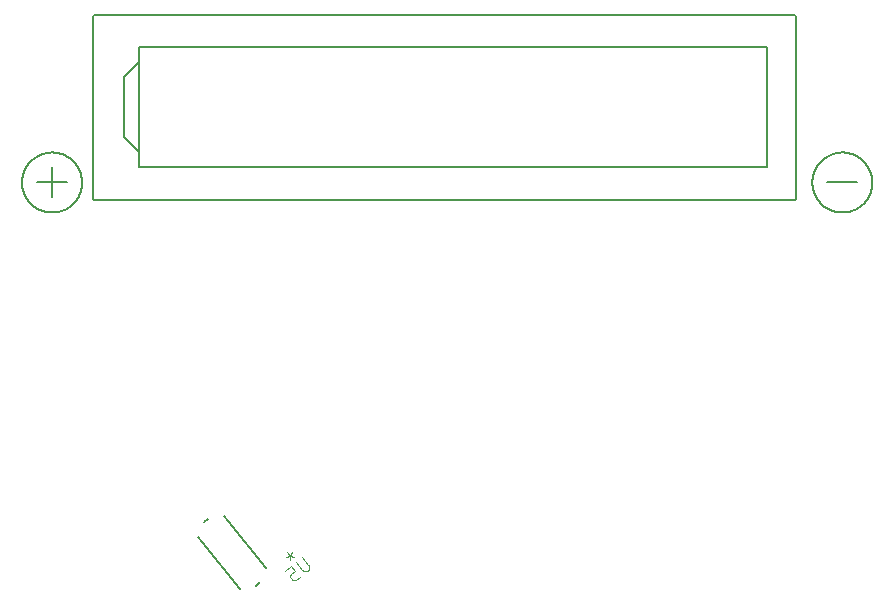
<source format=gbr>
G04 EAGLE Gerber RS-274X export*
G75*
%MOMM*%
%FSLAX34Y34*%
%LPD*%
%INSilkscreen Bottom*%
%IPPOS*%
%AMOC8*
5,1,8,0,0,1.08239X$1,22.5*%
G01*
%ADD10C,0.127000*%
%ADD11C,0.152400*%
%ADD12C,0.076200*%


D10*
X-289050Y-2456850D02*
X-289050Y-2301850D01*
X305950Y-2301850D02*
X305950Y-2456850D01*
X305450Y-2301350D02*
X-288550Y-2301350D01*
X-288550Y-2457350D02*
X305450Y-2457350D01*
X-311150Y-2442850D02*
X-336550Y-2442850D01*
X-323850Y-2455550D02*
X-323850Y-2430150D01*
X332550Y-2442850D02*
X357950Y-2442850D01*
X-349250Y-2442850D02*
X-349242Y-2442227D01*
X-349219Y-2441604D01*
X-349181Y-2440981D01*
X-349128Y-2440360D01*
X-349059Y-2439741D01*
X-348975Y-2439123D01*
X-348876Y-2438508D01*
X-348762Y-2437895D01*
X-348633Y-2437285D01*
X-348489Y-2436678D01*
X-348330Y-2436075D01*
X-348156Y-2435477D01*
X-347968Y-2434882D01*
X-347765Y-2434293D01*
X-347548Y-2433709D01*
X-347317Y-2433130D01*
X-347071Y-2432557D01*
X-346811Y-2431990D01*
X-346538Y-2431430D01*
X-346251Y-2430877D01*
X-345950Y-2430330D01*
X-345636Y-2429792D01*
X-345309Y-2429261D01*
X-344969Y-2428739D01*
X-344617Y-2428224D01*
X-344251Y-2427719D01*
X-343874Y-2427223D01*
X-343484Y-2426736D01*
X-343083Y-2426259D01*
X-342670Y-2425792D01*
X-342246Y-2425336D01*
X-341811Y-2424889D01*
X-341364Y-2424454D01*
X-340908Y-2424030D01*
X-340441Y-2423617D01*
X-339964Y-2423216D01*
X-339477Y-2422826D01*
X-338981Y-2422449D01*
X-338476Y-2422083D01*
X-337961Y-2421731D01*
X-337439Y-2421391D01*
X-336908Y-2421064D01*
X-336370Y-2420750D01*
X-335823Y-2420449D01*
X-335270Y-2420162D01*
X-334710Y-2419889D01*
X-334143Y-2419629D01*
X-333570Y-2419383D01*
X-332991Y-2419152D01*
X-332407Y-2418935D01*
X-331818Y-2418732D01*
X-331223Y-2418544D01*
X-330625Y-2418370D01*
X-330022Y-2418211D01*
X-329415Y-2418067D01*
X-328805Y-2417938D01*
X-328192Y-2417824D01*
X-327577Y-2417725D01*
X-326959Y-2417641D01*
X-326340Y-2417572D01*
X-325719Y-2417519D01*
X-325096Y-2417481D01*
X-324473Y-2417458D01*
X-323850Y-2417450D01*
X-323227Y-2417458D01*
X-322604Y-2417481D01*
X-321981Y-2417519D01*
X-321360Y-2417572D01*
X-320741Y-2417641D01*
X-320123Y-2417725D01*
X-319508Y-2417824D01*
X-318895Y-2417938D01*
X-318285Y-2418067D01*
X-317678Y-2418211D01*
X-317075Y-2418370D01*
X-316477Y-2418544D01*
X-315882Y-2418732D01*
X-315293Y-2418935D01*
X-314709Y-2419152D01*
X-314130Y-2419383D01*
X-313557Y-2419629D01*
X-312990Y-2419889D01*
X-312430Y-2420162D01*
X-311877Y-2420449D01*
X-311330Y-2420750D01*
X-310792Y-2421064D01*
X-310261Y-2421391D01*
X-309739Y-2421731D01*
X-309224Y-2422083D01*
X-308719Y-2422449D01*
X-308223Y-2422826D01*
X-307736Y-2423216D01*
X-307259Y-2423617D01*
X-306792Y-2424030D01*
X-306336Y-2424454D01*
X-305889Y-2424889D01*
X-305454Y-2425336D01*
X-305030Y-2425792D01*
X-304617Y-2426259D01*
X-304216Y-2426736D01*
X-303826Y-2427223D01*
X-303449Y-2427719D01*
X-303083Y-2428224D01*
X-302731Y-2428739D01*
X-302391Y-2429261D01*
X-302064Y-2429792D01*
X-301750Y-2430330D01*
X-301449Y-2430877D01*
X-301162Y-2431430D01*
X-300889Y-2431990D01*
X-300629Y-2432557D01*
X-300383Y-2433130D01*
X-300152Y-2433709D01*
X-299935Y-2434293D01*
X-299732Y-2434882D01*
X-299544Y-2435477D01*
X-299370Y-2436075D01*
X-299211Y-2436678D01*
X-299067Y-2437285D01*
X-298938Y-2437895D01*
X-298824Y-2438508D01*
X-298725Y-2439123D01*
X-298641Y-2439741D01*
X-298572Y-2440360D01*
X-298519Y-2440981D01*
X-298481Y-2441604D01*
X-298458Y-2442227D01*
X-298450Y-2442850D01*
X-298458Y-2443473D01*
X-298481Y-2444096D01*
X-298519Y-2444719D01*
X-298572Y-2445340D01*
X-298641Y-2445959D01*
X-298725Y-2446577D01*
X-298824Y-2447192D01*
X-298938Y-2447805D01*
X-299067Y-2448415D01*
X-299211Y-2449022D01*
X-299370Y-2449625D01*
X-299544Y-2450223D01*
X-299732Y-2450818D01*
X-299935Y-2451407D01*
X-300152Y-2451991D01*
X-300383Y-2452570D01*
X-300629Y-2453143D01*
X-300889Y-2453710D01*
X-301162Y-2454270D01*
X-301449Y-2454823D01*
X-301750Y-2455370D01*
X-302064Y-2455908D01*
X-302391Y-2456439D01*
X-302731Y-2456961D01*
X-303083Y-2457476D01*
X-303449Y-2457981D01*
X-303826Y-2458477D01*
X-304216Y-2458964D01*
X-304617Y-2459441D01*
X-305030Y-2459908D01*
X-305454Y-2460364D01*
X-305889Y-2460811D01*
X-306336Y-2461246D01*
X-306792Y-2461670D01*
X-307259Y-2462083D01*
X-307736Y-2462484D01*
X-308223Y-2462874D01*
X-308719Y-2463251D01*
X-309224Y-2463617D01*
X-309739Y-2463969D01*
X-310261Y-2464309D01*
X-310792Y-2464636D01*
X-311330Y-2464950D01*
X-311877Y-2465251D01*
X-312430Y-2465538D01*
X-312990Y-2465811D01*
X-313557Y-2466071D01*
X-314130Y-2466317D01*
X-314709Y-2466548D01*
X-315293Y-2466765D01*
X-315882Y-2466968D01*
X-316477Y-2467156D01*
X-317075Y-2467330D01*
X-317678Y-2467489D01*
X-318285Y-2467633D01*
X-318895Y-2467762D01*
X-319508Y-2467876D01*
X-320123Y-2467975D01*
X-320741Y-2468059D01*
X-321360Y-2468128D01*
X-321981Y-2468181D01*
X-322604Y-2468219D01*
X-323227Y-2468242D01*
X-323850Y-2468250D01*
X-324473Y-2468242D01*
X-325096Y-2468219D01*
X-325719Y-2468181D01*
X-326340Y-2468128D01*
X-326959Y-2468059D01*
X-327577Y-2467975D01*
X-328192Y-2467876D01*
X-328805Y-2467762D01*
X-329415Y-2467633D01*
X-330022Y-2467489D01*
X-330625Y-2467330D01*
X-331223Y-2467156D01*
X-331818Y-2466968D01*
X-332407Y-2466765D01*
X-332991Y-2466548D01*
X-333570Y-2466317D01*
X-334143Y-2466071D01*
X-334710Y-2465811D01*
X-335270Y-2465538D01*
X-335823Y-2465251D01*
X-336370Y-2464950D01*
X-336908Y-2464636D01*
X-337439Y-2464309D01*
X-337961Y-2463969D01*
X-338476Y-2463617D01*
X-338981Y-2463251D01*
X-339477Y-2462874D01*
X-339964Y-2462484D01*
X-340441Y-2462083D01*
X-340908Y-2461670D01*
X-341364Y-2461246D01*
X-341811Y-2460811D01*
X-342246Y-2460364D01*
X-342670Y-2459908D01*
X-343083Y-2459441D01*
X-343484Y-2458964D01*
X-343874Y-2458477D01*
X-344251Y-2457981D01*
X-344617Y-2457476D01*
X-344969Y-2456961D01*
X-345309Y-2456439D01*
X-345636Y-2455908D01*
X-345950Y-2455370D01*
X-346251Y-2454823D01*
X-346538Y-2454270D01*
X-346811Y-2453710D01*
X-347071Y-2453143D01*
X-347317Y-2452570D01*
X-347548Y-2451991D01*
X-347765Y-2451407D01*
X-347968Y-2450818D01*
X-348156Y-2450223D01*
X-348330Y-2449625D01*
X-348489Y-2449022D01*
X-348633Y-2448415D01*
X-348762Y-2447805D01*
X-348876Y-2447192D01*
X-348975Y-2446577D01*
X-349059Y-2445959D01*
X-349128Y-2445340D01*
X-349181Y-2444719D01*
X-349219Y-2444096D01*
X-349242Y-2443473D01*
X-349250Y-2442850D01*
X319850Y-2442850D02*
X319858Y-2442227D01*
X319881Y-2441604D01*
X319919Y-2440981D01*
X319972Y-2440360D01*
X320041Y-2439741D01*
X320125Y-2439123D01*
X320224Y-2438508D01*
X320338Y-2437895D01*
X320467Y-2437285D01*
X320611Y-2436678D01*
X320770Y-2436075D01*
X320944Y-2435477D01*
X321132Y-2434882D01*
X321335Y-2434293D01*
X321552Y-2433709D01*
X321783Y-2433130D01*
X322029Y-2432557D01*
X322289Y-2431990D01*
X322562Y-2431430D01*
X322849Y-2430877D01*
X323150Y-2430330D01*
X323464Y-2429792D01*
X323791Y-2429261D01*
X324131Y-2428739D01*
X324483Y-2428224D01*
X324849Y-2427719D01*
X325226Y-2427223D01*
X325616Y-2426736D01*
X326017Y-2426259D01*
X326430Y-2425792D01*
X326854Y-2425336D01*
X327289Y-2424889D01*
X327736Y-2424454D01*
X328192Y-2424030D01*
X328659Y-2423617D01*
X329136Y-2423216D01*
X329623Y-2422826D01*
X330119Y-2422449D01*
X330624Y-2422083D01*
X331139Y-2421731D01*
X331661Y-2421391D01*
X332192Y-2421064D01*
X332730Y-2420750D01*
X333277Y-2420449D01*
X333830Y-2420162D01*
X334390Y-2419889D01*
X334957Y-2419629D01*
X335530Y-2419383D01*
X336109Y-2419152D01*
X336693Y-2418935D01*
X337282Y-2418732D01*
X337877Y-2418544D01*
X338475Y-2418370D01*
X339078Y-2418211D01*
X339685Y-2418067D01*
X340295Y-2417938D01*
X340908Y-2417824D01*
X341523Y-2417725D01*
X342141Y-2417641D01*
X342760Y-2417572D01*
X343381Y-2417519D01*
X344004Y-2417481D01*
X344627Y-2417458D01*
X345250Y-2417450D01*
X345873Y-2417458D01*
X346496Y-2417481D01*
X347119Y-2417519D01*
X347740Y-2417572D01*
X348359Y-2417641D01*
X348977Y-2417725D01*
X349592Y-2417824D01*
X350205Y-2417938D01*
X350815Y-2418067D01*
X351422Y-2418211D01*
X352025Y-2418370D01*
X352623Y-2418544D01*
X353218Y-2418732D01*
X353807Y-2418935D01*
X354391Y-2419152D01*
X354970Y-2419383D01*
X355543Y-2419629D01*
X356110Y-2419889D01*
X356670Y-2420162D01*
X357223Y-2420449D01*
X357770Y-2420750D01*
X358308Y-2421064D01*
X358839Y-2421391D01*
X359361Y-2421731D01*
X359876Y-2422083D01*
X360381Y-2422449D01*
X360877Y-2422826D01*
X361364Y-2423216D01*
X361841Y-2423617D01*
X362308Y-2424030D01*
X362764Y-2424454D01*
X363211Y-2424889D01*
X363646Y-2425336D01*
X364070Y-2425792D01*
X364483Y-2426259D01*
X364884Y-2426736D01*
X365274Y-2427223D01*
X365651Y-2427719D01*
X366017Y-2428224D01*
X366369Y-2428739D01*
X366709Y-2429261D01*
X367036Y-2429792D01*
X367350Y-2430330D01*
X367651Y-2430877D01*
X367938Y-2431430D01*
X368211Y-2431990D01*
X368471Y-2432557D01*
X368717Y-2433130D01*
X368948Y-2433709D01*
X369165Y-2434293D01*
X369368Y-2434882D01*
X369556Y-2435477D01*
X369730Y-2436075D01*
X369889Y-2436678D01*
X370033Y-2437285D01*
X370162Y-2437895D01*
X370276Y-2438508D01*
X370375Y-2439123D01*
X370459Y-2439741D01*
X370528Y-2440360D01*
X370581Y-2440981D01*
X370619Y-2441604D01*
X370642Y-2442227D01*
X370650Y-2442850D01*
X370642Y-2443473D01*
X370619Y-2444096D01*
X370581Y-2444719D01*
X370528Y-2445340D01*
X370459Y-2445959D01*
X370375Y-2446577D01*
X370276Y-2447192D01*
X370162Y-2447805D01*
X370033Y-2448415D01*
X369889Y-2449022D01*
X369730Y-2449625D01*
X369556Y-2450223D01*
X369368Y-2450818D01*
X369165Y-2451407D01*
X368948Y-2451991D01*
X368717Y-2452570D01*
X368471Y-2453143D01*
X368211Y-2453710D01*
X367938Y-2454270D01*
X367651Y-2454823D01*
X367350Y-2455370D01*
X367036Y-2455908D01*
X366709Y-2456439D01*
X366369Y-2456961D01*
X366017Y-2457476D01*
X365651Y-2457981D01*
X365274Y-2458477D01*
X364884Y-2458964D01*
X364483Y-2459441D01*
X364070Y-2459908D01*
X363646Y-2460364D01*
X363211Y-2460811D01*
X362764Y-2461246D01*
X362308Y-2461670D01*
X361841Y-2462083D01*
X361364Y-2462484D01*
X360877Y-2462874D01*
X360381Y-2463251D01*
X359876Y-2463617D01*
X359361Y-2463969D01*
X358839Y-2464309D01*
X358308Y-2464636D01*
X357770Y-2464950D01*
X357223Y-2465251D01*
X356670Y-2465538D01*
X356110Y-2465811D01*
X355543Y-2466071D01*
X354970Y-2466317D01*
X354391Y-2466548D01*
X353807Y-2466765D01*
X353218Y-2466968D01*
X352623Y-2467156D01*
X352025Y-2467330D01*
X351422Y-2467489D01*
X350815Y-2467633D01*
X350205Y-2467762D01*
X349592Y-2467876D01*
X348977Y-2467975D01*
X348359Y-2468059D01*
X347740Y-2468128D01*
X347119Y-2468181D01*
X346496Y-2468219D01*
X345873Y-2468242D01*
X345250Y-2468250D01*
X344627Y-2468242D01*
X344004Y-2468219D01*
X343381Y-2468181D01*
X342760Y-2468128D01*
X342141Y-2468059D01*
X341523Y-2467975D01*
X340908Y-2467876D01*
X340295Y-2467762D01*
X339685Y-2467633D01*
X339078Y-2467489D01*
X338475Y-2467330D01*
X337877Y-2467156D01*
X337282Y-2466968D01*
X336693Y-2466765D01*
X336109Y-2466548D01*
X335530Y-2466317D01*
X334957Y-2466071D01*
X334390Y-2465811D01*
X333830Y-2465538D01*
X333277Y-2465251D01*
X332730Y-2464950D01*
X332192Y-2464636D01*
X331661Y-2464309D01*
X331139Y-2463969D01*
X330624Y-2463617D01*
X330119Y-2463251D01*
X329623Y-2462874D01*
X329136Y-2462484D01*
X328659Y-2462083D01*
X328192Y-2461670D01*
X327736Y-2461246D01*
X327289Y-2460811D01*
X326854Y-2460364D01*
X326430Y-2459908D01*
X326017Y-2459441D01*
X325616Y-2458964D01*
X325226Y-2458477D01*
X324849Y-2457981D01*
X324483Y-2457476D01*
X324131Y-2456961D01*
X323791Y-2456439D01*
X323464Y-2455908D01*
X323150Y-2455370D01*
X322849Y-2454823D01*
X322562Y-2454270D01*
X322289Y-2453710D01*
X322029Y-2453143D01*
X321783Y-2452570D01*
X321552Y-2451991D01*
X321335Y-2451407D01*
X321132Y-2450818D01*
X320944Y-2450223D01*
X320770Y-2449625D01*
X320611Y-2449022D01*
X320467Y-2448415D01*
X320338Y-2447805D01*
X320224Y-2447192D01*
X320125Y-2446577D01*
X320041Y-2445959D01*
X319972Y-2445340D01*
X319919Y-2444719D01*
X319881Y-2444096D01*
X319858Y-2443473D01*
X319850Y-2442850D01*
X281750Y-2430150D02*
X-250350Y-2430150D01*
X281750Y-2430150D02*
X281750Y-2328550D01*
X-250350Y-2328550D01*
X-250350Y-2341250D01*
X-250350Y-2417450D01*
X-250350Y-2430150D01*
X-250350Y-2417450D02*
X-263050Y-2404750D01*
X-263050Y-2353950D01*
X-250350Y-2341250D01*
D11*
X-200288Y-2742890D02*
X-164720Y-2786813D01*
X-151307Y-2784365D02*
X-147795Y-2781521D01*
X-142612Y-2768910D02*
X-178180Y-2724987D01*
X-191594Y-2727435D02*
X-195105Y-2730279D01*
D12*
X-124877Y-2755627D02*
X-122373Y-2758720D01*
X-122299Y-2762500D01*
X-122373Y-2758720D02*
X-118691Y-2759578D01*
X-122373Y-2758720D02*
X-126043Y-2759984D01*
X-122373Y-2758720D02*
X-120373Y-2755393D01*
X-112339Y-2760001D02*
X-106913Y-2766701D01*
X-106842Y-2766791D01*
X-106775Y-2766884D01*
X-106711Y-2766979D01*
X-106650Y-2767076D01*
X-106593Y-2767175D01*
X-106539Y-2767276D01*
X-106488Y-2767379D01*
X-106442Y-2767483D01*
X-106398Y-2767589D01*
X-106359Y-2767696D01*
X-106323Y-2767805D01*
X-106291Y-2767915D01*
X-106263Y-2768026D01*
X-106238Y-2768138D01*
X-106218Y-2768250D01*
X-106201Y-2768364D01*
X-106189Y-2768477D01*
X-106180Y-2768592D01*
X-106175Y-2768706D01*
X-106174Y-2768820D01*
X-106177Y-2768935D01*
X-106184Y-2769049D01*
X-106195Y-2769163D01*
X-106210Y-2769277D01*
X-106229Y-2769389D01*
X-106252Y-2769502D01*
X-106278Y-2769613D01*
X-106309Y-2769723D01*
X-106343Y-2769833D01*
X-106381Y-2769941D01*
X-106422Y-2770047D01*
X-106468Y-2770152D01*
X-106517Y-2770256D01*
X-106569Y-2770358D01*
X-106625Y-2770458D01*
X-106684Y-2770555D01*
X-106747Y-2770651D01*
X-106813Y-2770745D01*
X-106882Y-2770836D01*
X-106954Y-2770925D01*
X-107030Y-2771011D01*
X-107108Y-2771095D01*
X-107189Y-2771176D01*
X-107273Y-2771254D01*
X-107359Y-2771329D01*
X-107448Y-2771401D01*
X-107539Y-2771470D01*
X-107633Y-2771535D01*
X-107729Y-2771598D01*
X-107827Y-2771657D01*
X-107927Y-2771713D01*
X-108029Y-2771765D01*
X-108133Y-2771813D01*
X-108238Y-2771858D01*
X-108345Y-2771900D01*
X-108453Y-2771938D01*
X-108562Y-2771971D01*
X-108672Y-2772002D01*
X-108784Y-2772028D01*
X-108896Y-2772050D01*
X-109009Y-2772069D01*
X-109123Y-2772084D01*
X-109236Y-2772094D01*
X-109351Y-2772101D01*
X-109465Y-2772104D01*
X-109580Y-2772103D01*
X-109694Y-2772098D01*
X-109808Y-2772089D01*
X-109922Y-2772076D01*
X-110035Y-2772059D01*
X-110148Y-2772038D01*
X-110259Y-2772013D01*
X-110370Y-2771985D01*
X-110480Y-2771953D01*
X-110589Y-2771917D01*
X-110696Y-2771877D01*
X-110802Y-2771833D01*
X-110906Y-2771786D01*
X-111009Y-2771736D01*
X-111110Y-2771681D01*
X-111209Y-2771624D01*
X-111306Y-2771563D01*
X-111400Y-2771498D01*
X-111493Y-2771431D01*
X-111583Y-2771360D01*
X-111670Y-2771286D01*
X-111755Y-2771210D01*
X-111837Y-2771130D01*
X-111917Y-2771048D01*
X-111993Y-2770963D01*
X-112067Y-2770875D01*
X-112068Y-2770875D02*
X-117493Y-2764175D01*
X-114005Y-2776711D02*
X-117098Y-2779216D01*
X-117097Y-2779216D02*
X-117178Y-2779278D01*
X-117260Y-2779338D01*
X-117345Y-2779394D01*
X-117432Y-2779446D01*
X-117521Y-2779496D01*
X-117611Y-2779542D01*
X-117703Y-2779584D01*
X-117797Y-2779623D01*
X-117893Y-2779659D01*
X-117989Y-2779690D01*
X-118087Y-2779718D01*
X-118186Y-2779743D01*
X-118285Y-2779763D01*
X-118385Y-2779779D01*
X-118486Y-2779792D01*
X-118588Y-2779801D01*
X-118689Y-2779806D01*
X-118791Y-2779807D01*
X-118892Y-2779804D01*
X-118994Y-2779797D01*
X-119095Y-2779787D01*
X-119195Y-2779772D01*
X-119295Y-2779754D01*
X-119395Y-2779732D01*
X-119493Y-2779706D01*
X-119590Y-2779676D01*
X-119686Y-2779643D01*
X-119781Y-2779606D01*
X-119874Y-2779565D01*
X-119965Y-2779521D01*
X-120055Y-2779473D01*
X-120143Y-2779422D01*
X-120229Y-2779368D01*
X-120313Y-2779310D01*
X-120394Y-2779249D01*
X-120473Y-2779186D01*
X-120550Y-2779119D01*
X-120624Y-2779049D01*
X-120695Y-2778977D01*
X-120763Y-2778901D01*
X-120829Y-2778824D01*
X-121664Y-2777793D01*
X-121726Y-2777712D01*
X-121786Y-2777630D01*
X-121842Y-2777545D01*
X-121894Y-2777458D01*
X-121944Y-2777370D01*
X-121990Y-2777279D01*
X-122032Y-2777187D01*
X-122071Y-2777093D01*
X-122107Y-2776997D01*
X-122138Y-2776901D01*
X-122166Y-2776803D01*
X-122191Y-2776704D01*
X-122211Y-2776605D01*
X-122227Y-2776505D01*
X-122240Y-2776404D01*
X-122249Y-2776302D01*
X-122254Y-2776201D01*
X-122255Y-2776099D01*
X-122252Y-2775998D01*
X-122245Y-2775896D01*
X-122235Y-2775795D01*
X-122220Y-2775695D01*
X-122202Y-2775595D01*
X-122180Y-2775495D01*
X-122154Y-2775397D01*
X-122124Y-2775300D01*
X-122091Y-2775204D01*
X-122054Y-2775109D01*
X-122013Y-2775016D01*
X-121969Y-2774925D01*
X-121921Y-2774835D01*
X-121870Y-2774747D01*
X-121816Y-2774661D01*
X-121758Y-2774577D01*
X-121697Y-2774496D01*
X-121634Y-2774417D01*
X-121567Y-2774340D01*
X-121497Y-2774266D01*
X-121425Y-2774195D01*
X-121349Y-2774127D01*
X-121272Y-2774061D01*
X-118179Y-2771557D01*
X-121518Y-2767434D01*
X-126672Y-2771608D01*
M02*

</source>
